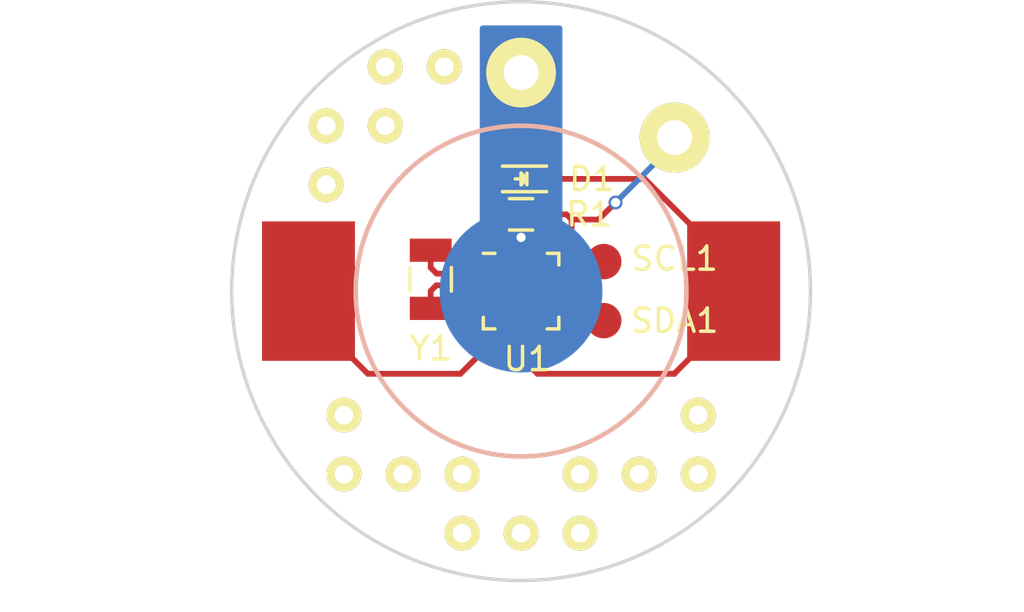
<source format=kicad_pcb>
(kicad_pcb (version 20221018) (generator pcbnew)
  (layers (0 "F.Cu" signal) (31 "B.Cu" signal) (34 "B.Paste" user) (35 "F.Paste" user) (36 "B.SilkS" user "B.Silkscreen") (37 "F.SilkS" user "F.Silkscreen") (38 "B.Mask" user) (39 "F.Mask" user) (44 "Edge.Cuts" user))
  (net 0 "")
  (net 1 "Net-(D1-Pad2)")
  (net 2 "GND")
  (net 3 "Net-(U1-Pad1)")
  (net 4 "Net-(U1-Pad2)")
  (net 5 "Net-(U1-Pad4)")
  (net 6 "+BATT")
  (net 7 "Net-(SCL1-Pad1)")
  (net 8 "Net-(SDA1-Pad1)")
  (net 9 "Net-(OUT1-Pad1)")
  (footprint "LEDs:LED_0603" (layer "F.Cu") (at 158.242 94.488 180)
    (fp_text reference "D1" (at -3.048 0 180) (layer "F.SilkS"))
    (fp_text value "LED")
    (fp_line (start -1.1 -0.55) (end 0.8 -0.55) (stroke (width 0.15)) (layer "F.SilkS"))
    (fp_line (start -1.1 0.55) (end 0.8 0.55) (stroke (width 0.15)) (layer "F.SilkS"))
    (fp_line (start -0.25 -0.25) (end -0.25 0.25) (stroke (width 0.15)) (layer "F.SilkS"))
    (fp_line (start -0.25 0) (end 0 -0.25) (stroke (width 0.15)) (layer "F.SilkS"))
    (fp_line (start -0.2 0) (end 0.25 0) (stroke (width 0.15)) (layer "F.SilkS"))
    (fp_line (start 0 -0.25) (end 0 0.25) (stroke (width 0.15)) (layer "F.SilkS"))
    (fp_line (start 0 0.25) (end -0.25 0) (stroke (width 0.15)) (layer "F.SilkS"))
    (pad "1" smd rect (at -0.7493 0) (size 0.79756 0.79756) (layers "F.Cu" "F.Paste" "F.Mask") (net 2 "GND"))
    (pad "2" smd rect (at 0.7493 0) (size 0.79756 0.79756) (layers "F.Cu" "F.Paste" "F.Mask") (net 1 "Net-(D1-Pad2)"))
  )
  (footprint "Resistors_SMD:R_0603_HandSoldering" (layer "F.Cu") (at 158.242 96.012 180)
    (fp_text reference "R1" (at -2.921 0 180) (layer "F.SilkS"))
    (fp_text value "300")
    (fp_line (start -0.5 -0.675) (end 0.5 -0.675) (stroke (width 0.15)) (layer "F.SilkS"))
    (fp_line (start 0.5 0.675) (end -0.5 0.675) (stroke (width 0.15)) (layer "F.SilkS"))
    (pad "1" smd rect (at -1.1 0 180) (size 1.2 0.9) (layers "F.Cu" "F.Paste" "F.Mask") (net 9 "Net-(OUT1-Pad1)"))
    (pad "2" smd rect (at 1.1 0 180) (size 1.2 0.9) (layers "F.Cu" "F.Paste" "F.Mask") (net 1 "Net-(D1-Pad2)"))
  )
  (footprint "Housings_DFN_QFN:QFN-16-1EP_3x3mm_Pitch0.5mm" (layer "F.Cu") (at 158.242 99.314)
    (fp_text reference "U1" (at 0.254 2.921) (layer "F.SilkS"))
    (fp_text value "M41T62")
    (fp_line (start -1.625 -1.625) (end -1.125 -1.625) (stroke (width 0.15)) (layer "F.SilkS"))
    (fp_line (start -1.625 1.625) (end -1.625 1.125) (stroke (width 0.15)) (layer "F.SilkS"))
    (fp_line (start -1.625 1.625) (end -1.125 1.625) (stroke (width 0.15)) (layer "F.SilkS"))
    (fp_line (start 1.625 -1.625) (end 1.125 -1.625) (stroke (width 0.15)) (layer "F.SilkS"))
    (fp_line (start 1.625 -1.625) (end 1.625 -1.125) (stroke (width 0.15)) (layer "F.SilkS"))
    (fp_line (start 1.625 1.625) (end 1.125 1.625) (stroke (width 0.15)) (layer "F.SilkS"))
    (fp_line (start 1.625 1.625) (end 1.625 1.125) (stroke (width 0.15)) (layer "F.SilkS"))
    (pad "1" smd oval (at -1.475 -0.75) (size 0.75 0.3) (layers "F.Cu" "F.Paste" "F.Mask") (net 3 "Net-(U1-Pad1)"))
    (pad "2" smd oval (at -1.475 -0.25) (size 0.75 0.3) (layers "F.Cu" "F.Paste" "F.Mask") (net 4 "Net-(U1-Pad2)"))
    (pad "3" smd oval (at -1.475 0.25) (size 0.75 0.3) (layers "F.Cu" "F.Paste" "F.Mask") (net 2 "GND"))
    (pad "4" smd oval (at -1.475 0.75) (size 0.75 0.3) (layers "F.Cu" "F.Paste" "F.Mask") (net 5 "Net-(U1-Pad4)"))
    (pad "5" smd oval (at -0.75 1.475 90) (size 0.75 0.3) (layers "F.Cu" "F.Paste" "F.Mask") (net 2 "GND"))
    (pad "6" smd oval (at -0.25 1.475 90) (size 0.75 0.3) (layers "F.Cu" "F.Paste" "F.Mask"))
    (pad "7" smd oval (at 0.25 1.475 90) (size 0.75 0.3) (layers "F.Cu" "F.Paste" "F.Mask"))
    (pad "8" smd oval (at 0.75 1.475 90) (size 0.75 0.3) (layers "F.Cu" "F.Paste" "F.Mask"))
    (pad "9" smd oval (at 1.475 0.75) (size 0.75 0.3) (layers "F.Cu" "F.Paste" "F.Mask") (net 8 "Net-(SDA1-Pad1)"))
    (pad "10" smd oval (at 1.475 0.25) (size 0.75 0.3) (layers "F.Cu" "F.Paste" "F.Mask") (net 7 "Net-(SCL1-Pad1)"))
    (pad "11" smd oval (at 1.475 -0.25) (size 0.75 0.3) (layers "F.Cu" "F.Paste" "F.Mask") (net 9 "Net-(OUT1-Pad1)"))
    (pad "12" smd oval (at 1.475 -0.75) (size 0.75 0.3) (layers "F.Cu" "F.Paste" "F.Mask"))
    (pad "13" smd oval (at 0.75 -1.475 90) (size 0.75 0.3) (layers "F.Cu" "F.Paste" "F.Mask"))
    (pad "14" smd oval (at 0.25 -1.475 90) (size 0.75 0.3) (layers "F.Cu" "F.Paste" "F.Mask") (net 6 "+BATT"))
    (pad "15" smd oval (at -0.25 -1.475 90) (size 0.75 0.3) (layers "F.Cu" "F.Paste" "F.Mask"))
    (pad "16" smd oval (at -0.75 -1.475 90) (size 0.75 0.3) (layers "F.Cu" "F.Paste" "F.Mask"))
    (pad "17" smd rect (at -0.45 -0.45) (size 0.9 0.9) (layers "F.Cu" "F.Paste" "F.Mask") (net 2 "GND"))
    (pad "17" smd rect (at -0.45 0.45) (size 0.9 0.9) (layers "F.Cu" "F.Paste" "F.Mask") (net 2 "GND"))
    (pad "17" smd rect (at 0.45 -0.45) (size 0.9 0.9) (layers "F.Cu" "F.Paste" "F.Mask") (net 2 "GND"))
    (pad "17" smd rect (at 0.45 0.45) (size 0.9 0.9) (layers "F.Cu" "F.Paste" "F.Mask") (net 2 "GND"))
  )
  (footprint "Measurement_Points:Measurement_Point_Round-SMD-Pad_Small" (layer "F.Cu") (at 161.798 98.044)
    (fp_text reference "SCL1" (at 3.048 -0.127) (layer "F.SilkS"))
    (fp_text value "SCL")
    (pad "1" smd circle (at 0 0) (size 1.524 1.524) (layers "F.Cu" "F.Mask") (net 7 "Net-(SCL1-Pad1)"))
  )
  (footprint "Measurement_Points:Measurement_Point_Round-SMD-Pad_Small" (layer "F.Cu") (at 161.798 100.584)
    (fp_text reference "SDA1" (at 3.048 0) (layer "F.SilkS"))
    (fp_text value "SDA")
    (pad "1" smd circle (at 0 0) (size 1.524 1.524) (layers "F.Cu" "F.Mask") (net 8 "Net-(SDA1-Pad1)"))
  )
  (footprint "NQBit:FC-135" (layer "F.Cu") (at 154.3558 98.806 -90)
    (fp_text reference "Y1" (at 2.9718 0) (layer "F.SilkS"))
    (fp_text value "Crystal_Small")
    (fp_line (start -0.508 -0.889) (end 0.508 -0.889) (stroke (width 0.15)) (layer "F.SilkS"))
    (fp_line (start -0.508 0.889) (end 0.508 0.889) (stroke (width 0.15)) (layer "F.SilkS"))
    (pad "1" smd rect (at 1.25 0 270) (size 1 1.8) (layers "F.Cu" "F.Paste" "F.Mask") (net 4 "Net-(U1-Pad2)"))
    (pad "2" smd rect (at -1.25 0 270) (size 1 1.8) (layers "F.Cu" "F.Paste" "F.Mask") (net 3 "Net-(U1-Pad1)"))
  )
  (footprint "NQBit:RECT_6X4MM" (layer "F.Cu") (at 167.386 99.314)
    (fp_text reference "GND1" hide)
    (fp_text value "GND" hide)
    (pad "1" smd rect (at 0 0) (size 4 6) (layers "F.Cu" "F.Paste" "F.Mask") (net 2 "GND"))
  )
  (footprint "NQBit:RECT_6X4MM" (layer "F.Cu") (at 149.098 99.314)
    (fp_text reference "GND2" hide)
    (fp_text value "GND" hide)
    (pad "1" smd rect (at 0 0) (size 4 6) (layers "F.Cu" "F.Paste" "F.Mask") (net 2 "GND"))
  )
  (footprint "Measurement_Points:Measurement_Point_Round-TH_Big" (layer "F.Cu") (at 164.846 92.71)
    (fp_text reference "OUT1" hide)
    (fp_text value "OUT")
    (pad "1" thru_hole circle (at 0 0) (size 2.99974 2.99974) (drill 1.50114) (layers "*.Cu" "*.Mask" "F.SilkS") (net 9 "Net-(OUT1-Pad1)"))
  )
  (footprint "Measurement_Points:Measurement_Point_Round-TH_Big" (layer "F.Cu") (at 158.242 89.916)
    (fp_text reference "BATT2" hide)
    (fp_text value "BATT")
    (pad "1" thru_hole circle (at 0 0) (size 2.99974 2.99974) (drill 1.50114) (layers "*.Cu" "*.Mask" "F.SilkS") (net 6 "+BATT"))
  )
  (footprint "Measurement_Points:Measurement_Point_Round-TH_Small" (layer "F.Cu") (at 149.86 94.742)
    (fp_text reference "REF**" hide)
    (fp_text value "Measurement_Point_Round-TH_Small")
    (pad "1" thru_hole circle (at 0 0) (size 1.50114 1.50114) (drill 0.8001) (layers "*.Cu" "*.Mask" "F.SilkS"))
  )
  (footprint "Measurement_Points:Measurement_Point_Round-TH_Small" (layer "F.Cu") (at 153.162 107.188)
    (fp_text reference "REF**" hide)
    (fp_text value "Measurement_Point_Round-TH_Small")
    (pad "1" thru_hole circle (at 0 0) (size 1.50114 1.50114) (drill 0.8001) (layers "*.Cu" "*.Mask" "F.SilkS"))
  )
  (footprint "Measurement_Points:Measurement_Point_Round-TH_Small" (layer "F.Cu") (at 152.4 89.662)
    (fp_text reference "REF**" hide)
    (fp_text value "Measurement_Point_Round-TH_Small")
    (pad "1" thru_hole circle (at 0 0) (size 1.50114 1.50114) (drill 0.8001) (layers "*.Cu" "*.Mask" "F.SilkS"))
  )
  (footprint "Measurement_Points:Measurement_Point_Round-TH_Small" (layer "F.Cu") (at 152.4 92.202)
    (fp_text reference "REF**" hide)
    (fp_text value "Measurement_Point_Round-TH_Small")
    (pad "1" thru_hole circle (at 0 0) (size 1.50114 1.50114) (drill 0.8001) (layers "*.Cu" "*.Mask" "F.SilkS"))
  )
  (footprint "Measurement_Points:Measurement_Point_Round-TH_Small" (layer "F.Cu") (at 149.86 92.202)
    (fp_text reference "REF**" hide)
    (fp_text value "Measurement_Point_Round-TH_Small")
    (pad "1" thru_hole circle (at 0 0) (size 1.50114 1.50114) (drill 0.8001) (layers "*.Cu" "*.Mask" "F.SilkS"))
  )
  (footprint "Measurement_Points:Measurement_Point_Round-TH_Small" (layer "F.Cu") (at 154.94 89.662)
    (fp_text reference "REF**" hide)
    (fp_text value "Measurement_Point_Round-TH_Small")
    (pad "1" thru_hole circle (at 0 0) (size 1.50114 1.50114) (drill 0.8001) (layers "*.Cu" "*.Mask" "F.SilkS"))
  )
  (footprint "Measurement_Points:Measurement_Point_Round-TH_Small" (layer "F.Cu") (at 155.702 107.188)
    (fp_text reference "REF**" hide)
    (fp_text value "Measurement_Point_Round-TH_Small")
    (pad "1" thru_hole circle (at 0 0) (size 1.50114 1.50114) (drill 0.8001) (layers "*.Cu" "*.Mask" "F.SilkS"))
  )
  (footprint "Measurement_Points:Measurement_Point_Round-TH_Small" (layer "F.Cu") (at 160.782 107.188)
    (fp_text reference "REF**" hide)
    (fp_text value "Measurement_Point_Round-TH_Small")
    (pad "1" thru_hole circle (at 0 0) (size 1.50114 1.50114) (drill 0.8001) (layers "*.Cu" "*.Mask" "F.SilkS"))
  )
  (footprint "Measurement_Points:Measurement_Point_Round-TH_Small" (layer "F.Cu") (at 150.622 104.648)
    (fp_text reference "REF**" hide)
    (fp_text value "Measurement_Point_Round-TH_Small")
    (pad "1" thru_hole circle (at 0 0) (size 1.50114 1.50114) (drill 0.8001) (layers "*.Cu" "*.Mask" "F.SilkS"))
  )
  (footprint "Measurement_Points:Measurement_Point_Round-TH_Small" (layer "F.Cu") (at 150.622 107.188)
    (fp_text reference "REF**" hide)
    (fp_text value "Measurement_Point_Round-TH_Small")
    (pad "1" thru_hole circle (at 0 0) (size 1.50114 1.50114) (drill 0.8001) (layers "*.Cu" "*.Mask" "F.SilkS"))
  )
  (footprint "Measurement_Points:Measurement_Point_Round-TH_Small" (layer "F.Cu") (at 155.702 109.728)
    (fp_text reference "REF**" hide)
    (fp_text value "Measurement_Point_Round-TH_Small")
    (pad "1" thru_hole circle (at 0 0) (size 1.50114 1.50114) (drill 0.8001) (layers "*.Cu" "*.Mask" "F.SilkS"))
  )
  (footprint "Measurement_Points:Measurement_Point_Round-TH_Small" (layer "F.Cu") (at 158.242 109.728)
    (fp_text reference "REF**" hide)
    (fp_text value "Measurement_Point_Round-TH_Small")
    (pad "1" thru_hole circle (at 0 0) (size 1.50114 1.50114) (drill 0.8001) (layers "*.Cu" "*.Mask" "F.SilkS"))
  )
  (footprint "Measurement_Points:Measurement_Point_Round-TH_Small" (layer "F.Cu") (at 160.782 109.728)
    (fp_text reference "REF**" hide)
    (fp_text value "Measurement_Point_Round-TH_Small")
    (pad "1" thru_hole circle (at 0 0) (size 1.50114 1.50114) (drill 0.8001) (layers "*.Cu" "*.Mask" "F.SilkS"))
  )
  (footprint "Measurement_Points:Measurement_Point_Round-TH_Small" (layer "F.Cu") (at 163.322 107.188)
    (fp_text reference "REF**" hide)
    (fp_text value "Measurement_Point_Round-TH_Small")
    (pad "1" thru_hole circle (at 0 0) (size 1.50114 1.50114) (drill 0.8001) (layers "*.Cu" "*.Mask" "F.SilkS"))
  )
  (footprint "Measurement_Points:Measurement_Point_Round-TH_Small" (layer "F.Cu") (at 165.862 104.648)
    (fp_text reference "REF**" hide)
    (fp_text value "Measurement_Point_Round-TH_Small")
    (pad "1" thru_hole circle (at 0 0) (size 1.50114 1.50114) (drill 0.8001) (layers "*.Cu" "*.Mask" "F.SilkS"))
  )
  (footprint "Measurement_Points:Measurement_Point_Round-TH_Small" (layer "F.Cu") (at 165.862 107.188)
    (fp_text reference "REF**" hide)
    (fp_text value "Measurement_Point_Round-TH_Small")
    (pad "1" thru_hole circle (at 0 0) (size 1.50114 1.50114) (drill 0.8001) (layers "*.Cu" "*.Mask" "F.SilkS"))
  )
  (footprint "NQBit:PAD_7MM" (layer "B.Cu") (at 158.242 99.314)
    (fp_text reference "BATT1" hide)
    (fp_text value "BATT" hide)
    (pad "1" smd circle (at 0 0) (size 7 7) (layers "B.Cu" "B.Paste" "B.Mask") (net 6 "+BATT"))
  )
  (gr_circle (center 158.242 99.314) (end 158.242 92.202) (stroke (width 0.2)) (fill none) (layer "B.SilkS"))
  (gr_circle (center 158.242 99.314) (end 158.242 86.868) (stroke (width 0.15)) (fill none) (layer "Edge.Cuts"))
  (segment (start 157.142 96.012) (end 157.142 94.8387) (width 0.25) (layer "F.Cu") (net 1))
  (segment (start 157.142 94.8387) (end 157.4927 94.488) (width 0.25) (layer "F.Cu") (net 1))
  (segment (start 167.386 100.314) (end 167.386 99.314) (width 0.25) (layer "F.Cu") (net 2))
  (segment (start 158.948 102.87) (end 164.846 102.87) (width 0.25) (layer "F.Cu") (net 2))
  (segment (start 155.636 102.87) (end 151.654 102.87) (width 0.25) (layer "F.Cu") (net 2))
  (segment (start 158.692 99.764) (end 157.792 99.764) (width 0.25) (layer "F.Cu") (net 2))
  (segment (start 157.792 98.864) (end 157.792 99.764) (width 0.25) (layer "F.Cu") (net 2))
  (segment (start 158.9913 94.488) (end 163.56 94.488) (width 0.25) (layer "F.Cu") (net 2))
  (segment (start 149.098 100.314) (end 149.098 99.314) (width 0.25) (layer "F.Cu") (net 2))
  (segment (start 157.792 99.764) (end 157.492 100.064) (width 0.25) (layer "F.Cu") (net 2))
  (segment (start 157.492 101.414) (end 158.948 102.87) (width 0.25) (layer "F.Cu") (net 2))
  (segment (start 157.592 99.564) (end 157.792 99.764) (width 0.25) (layer "F.Cu") (net 2))
  (segment (start 164.846 102.87) (end 164.846 102.854) (width 0.25) (layer "F.Cu") (net 2))
  (segment (start 151.654 102.87) (end 149.098 100.314) (width 0.25) (layer "F.Cu") (net 2))
  (segment (start 157.492 101.014) (end 155.636 102.87) (width 0.25) (layer "F.Cu") (net 2))
  (segment (start 167.386 98.314) (end 167.386 99.314) (width 0.25) (layer "F.Cu") (net 2))
  (segment (start 164.846 102.854) (end 167.386 100.314) (width 0.25) (layer "F.Cu") (net 2))
  (segment (start 156.767 99.564) (end 157.592 99.564) (width 0.25) (layer "F.Cu") (net 2))
  (segment (start 157.492 100.789) (end 157.492 101.014) (width 0.25) (layer "F.Cu") (net 2))
  (segment (start 157.492 100.789) (end 157.492 101.414) (width 0.25) (layer "F.Cu") (net 2))
  (segment (start 157.492 100.064) (end 157.492 100.789) (width 0.25) (layer "F.Cu") (net 2))
  (segment (start 163.56 94.488) (end 167.386 98.314) (width 0.25) (layer "F.Cu") (net 2))
  (segment (start 158.692 98.864) (end 157.792 98.864) (width 0.25) (layer "F.Cu") (net 2))
  (segment (start 154.6138 98.564) (end 154.3558 98.306) (width 0.25) (layer "F.Cu") (net 3))
  (segment (start 154.3558 98.306) (end 154.3558 97.556) (width 0.25) (layer "F.Cu") (net 3))
  (segment (start 156.767 98.564) (end 154.6138 98.564) (width 0.25) (layer "F.Cu") (net 3))
  (segment (start 156.767 99.064) (end 154.5978 99.064) (width 0.25) (layer "F.Cu") (net 4))
  (segment (start 154.3558 99.306) (end 154.3558 100.056) (width 0.25) (layer "F.Cu") (net 4))
  (segment (start 154.5978 99.064) (end 154.3558 99.306) (width 0.25) (layer "F.Cu") (net 4))
  (segment (start 158.492 97.2526) (end 158.242 97.0026) (width 0.25) (layer "F.Cu") (net 6))
  (segment (start 158.492 97.839) (end 158.492 97.2526) (width 0.25) (layer "F.Cu") (net 6))
  (via (at 158.242 97.0026) (size 0.6) (drill 0.4) (layers "F.Cu" "B.Cu") (net 6))
  (segment (start 159.717 99.564) (end 160.342 99.564) (width 0.25) (layer "F.Cu") (net 7))
  (segment (start 161.798 98.108) (end 161.798 98.044) (width 0.25) (layer "F.Cu") (net 7))
  (segment (start 160.342 99.564) (end 161.798 98.108) (width 0.25) (layer "F.Cu") (net 7))
  (segment (start 161.278 100.064) (end 161.798 100.584) (width 0.25) (layer "F.Cu") (net 8))
  (segment (start 159.717 100.064) (end 161.278 100.064) (width 0.25) (layer "F.Cu") (net 8))
  (segment (start 160.41701 96.23701) (end 161.57299 96.23701) (width 0.25) (layer "F.Cu") (net 9))
  (segment (start 160.41701 98.760755) (end 160.113765 99.064) (width 0.25) (layer "F.Cu") (net 9))
  (segment (start 159.342 96.012) (end 160.192 96.012) (width 0.25) (layer "F.Cu") (net 9))
  (segment (start 160.192 96.012) (end 160.41701 96.23701) (width 0.25) (layer "F.Cu") (net 9))
  (segment (start 160.113765 99.064) (end 159.717 99.064) (width 0.25) (layer "F.Cu") (net 9))
  (segment (start 161.57299 96.23701) (end 162.306 95.504) (width 0.25) (layer "F.Cu") (net 9))
  (segment (start 160.41701 96.23701) (end 160.41701 98.760755) (width 0.25) (layer "F.Cu") (net 9))
  (via (at 162.306 95.504) (size 0.6) (drill 0.4) (layers "F.Cu" "B.Cu") (net 9))
  (segment (start 162.306 95.504) (end 164.846 92.964) (width 0.25) (layer "B.Cu") (net 9))
  (segment (start 164.846 92.964) (end 164.846 92.71) (width 0.25) (layer "B.Cu") (net 9))
  (zone (net 6) (net_name "+BATT") (layer "B.Cu") (connect_pads yes (clearance 0.508)) (min_thickness 0.254) (fill yes (thermal_gap 0.508) (thermal_bridge_width 0.508))
    (polygon (pts (xy 160.02 99.568) (xy 160.02 87.884) (xy 156.464 87.884) (xy 156.464 99.568)))
  )
)
</source>
